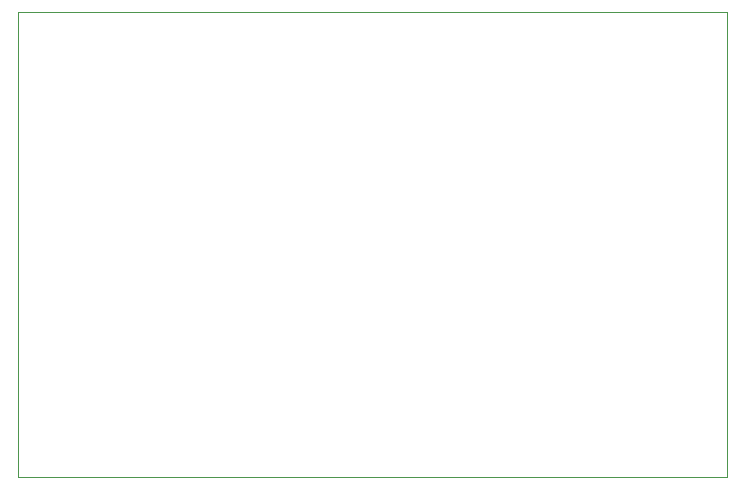
<source format=gbr>
%TF.GenerationSoftware,KiCad,Pcbnew,(6.0.5)*%
%TF.CreationDate,2023-01-02T20:32:54+00:00*%
%TF.ProjectId,NanoPicoKeyboardMatrix,4e616e6f-5069-4636-9f4b-6579626f6172,rev?*%
%TF.SameCoordinates,Original*%
%TF.FileFunction,Profile,NP*%
%FSLAX46Y46*%
G04 Gerber Fmt 4.6, Leading zero omitted, Abs format (unit mm)*
G04 Created by KiCad (PCBNEW (6.0.5)) date 2023-01-02 20:32:54*
%MOMM*%
%LPD*%
G01*
G04 APERTURE LIST*
%TA.AperFunction,Profile*%
%ADD10C,0.100000*%
%TD*%
G04 APERTURE END LIST*
D10*
X100000000Y-46690000D02*
X160000000Y-46690000D01*
X160000000Y-46690000D02*
X160000000Y-86000000D01*
X160000000Y-86000000D02*
X100000000Y-86000000D01*
X100000000Y-86000000D02*
X100000000Y-46690000D01*
M02*

</source>
